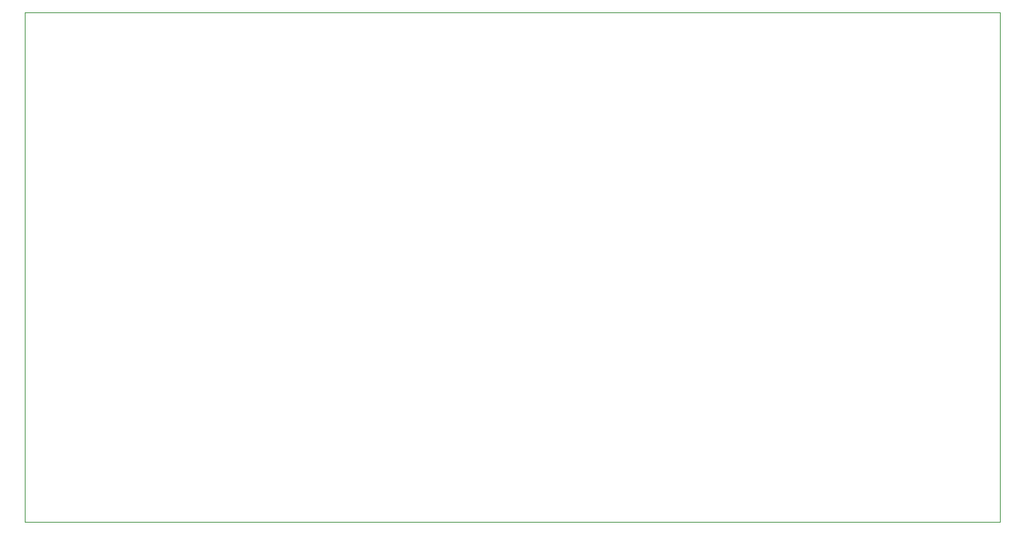
<source format=gbr>
%TF.GenerationSoftware,KiCad,Pcbnew,7.0.5*%
%TF.CreationDate,2023-12-12T17:16:25+05:30*%
%TF.ProjectId,charger ShutDown Circuit,63686172-6765-4722-9053-687574446f77,rev?*%
%TF.SameCoordinates,Original*%
%TF.FileFunction,Profile,NP*%
%FSLAX46Y46*%
G04 Gerber Fmt 4.6, Leading zero omitted, Abs format (unit mm)*
G04 Created by KiCad (PCBNEW 7.0.5) date 2023-12-12 17:16:25*
%MOMM*%
%LPD*%
G01*
G04 APERTURE LIST*
%TA.AperFunction,Profile*%
%ADD10C,0.050000*%
%TD*%
G04 APERTURE END LIST*
D10*
X24866600Y-18440400D02*
X138049000Y-18440400D01*
X138049000Y-77622400D01*
X24866600Y-77622400D01*
X24866600Y-18440400D01*
M02*

</source>
